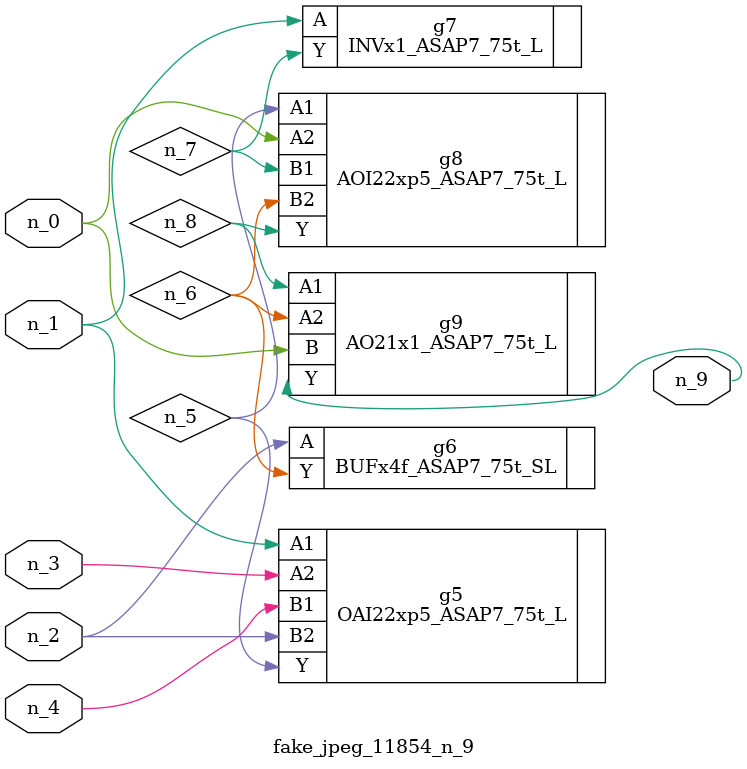
<source format=v>
module fake_jpeg_11854_n_9 (n_3, n_2, n_1, n_0, n_4, n_9);

input n_3;
input n_2;
input n_1;
input n_0;
input n_4;

output n_9;

wire n_8;
wire n_6;
wire n_5;
wire n_7;

OAI22xp5_ASAP7_75t_L g5 ( 
.A1(n_1),
.A2(n_3),
.B1(n_4),
.B2(n_2),
.Y(n_5)
);

BUFx4f_ASAP7_75t_SL g6 ( 
.A(n_2),
.Y(n_6)
);

INVx1_ASAP7_75t_L g7 ( 
.A(n_1),
.Y(n_7)
);

AOI22xp5_ASAP7_75t_L g8 ( 
.A1(n_5),
.A2(n_0),
.B1(n_7),
.B2(n_6),
.Y(n_8)
);

AO21x1_ASAP7_75t_L g9 ( 
.A1(n_8),
.A2(n_6),
.B(n_0),
.Y(n_9)
);


endmodule
</source>
